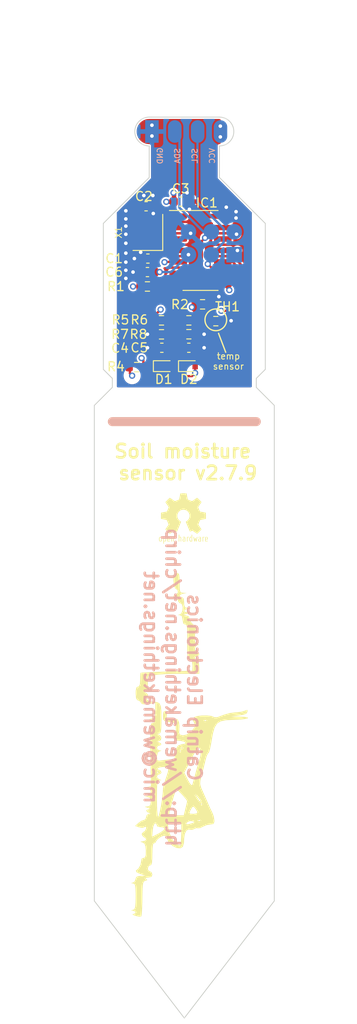
<source format=kicad_pcb>
(kicad_pcb (version 20210722) (generator pcbnew)
  (title_block (title "I2C soil moisture sensor") (date "2020-09-29") (rev "2.7.9") (company "Catnip electronics") (comment 1 "albertas@technarium.lt"))
  (layers (0 "F.Cu" signal) (1 "In1.Cu" signal) (2 "In2.Cu" signal) (31 "B.Cu" signal) (34 "B.Paste" user) (35 "F.Paste" user) (36 "B.SilkS" user "B.Silkscreen") (37 "F.SilkS" user "F.Silkscreen") (38 "B.Mask" user) (39 "F.Mask" user) (44 "Edge.Cuts" user))
  (net 0 "")
  (net 1 "Net-(C1-Pad1)")
  (net 2 "GND")
  (net 3 "Net-(C2-Pad1)")
  (net 4 "VCC")
  (net 5 "/SENSE_LOW")
  (net 6 "/SENSOR_TRACK")
  (net 7 "/THERMISTOR")
  (net 8 "/RESET")
  (net 9 "/EXCITATION")
  (net 10 "Net-(D3-Pad1)")
  (net 11 "/SCK/SCL")
  (net 12 "/MOSI/SDA")
  (net 13 "/MISO/SENSE_HIGH")
  (net 14 "Net-(IC1-Pad11)")
  (net 15 "Net-(IC1-Pad12)")
  (footprint "Crystals:Crystal_SMD_3225-4pin_3.2x2.5mm" (layer "F.Cu") (at 91.25 26 90)
    (fp_text reference "X1" (at 0 -3.25 90) (layer "F.SilkS") (effects (font (size 0.7 0.7) (thickness 0.11))))
    (fp_text value "16MHz")
    (pad "1" smd rect locked (at -1.1 0.85 90) (size 1.4 1.2) (layers "F.Cu" "F.Paste" "F.Mask") (net 1 "Net-(C1-Pad1)"))
    (pad "2" smd rect locked (at 1.1 0.85 90) (size 1.4 1.2) (layers "F.Cu" "F.Paste" "F.Mask") (net 2 "GND"))
    (pad "3" smd rect locked (at 1.1 -0.85 90) (size 1.4 1.2) (layers "F.Cu" "F.Paste" "F.Mask") (net 3 "Net-(C2-Pad1)"))
    (pad "4" smd rect locked (at -1.1 -0.85 90) (size 1.4 1.2) (layers "F.Cu" "F.Paste" "F.Mask") (net 2 "GND"))
  )
  (footprint "Diode_SMD:D_SOD-523" (layer "F.Cu") (at 95.804 40.842)
    (fp_text reference "D2" (at 0 1.458 180) (layer "F.SilkS"))
    (fp_text value "BAT54")
    (pad "1" smd rect locked (at 0.7 0 180) (size 0.6 0.7) (layers "F.Cu" "F.Paste" "F.Mask") (net 6 "/SENSOR_TRACK"))
    (pad "2" smd rect locked (at -0.7 0 180) (size 0.6 0.7) (layers "F.Cu" "F.Paste" "F.Mask") (net 13 "/MISO/SENSE_HIGH"))
  )
  (footprint "Diode_SMD:D_SOD-523" (layer "F.Cu") (at 93.01 40.842)
    (fp_text reference "D1" (at 0 1.458 180) (layer "F.SilkS"))
    (fp_text value "BAT54")
    (pad "1" smd rect locked (at 0.7 0 180) (size 0.6 0.7) (layers "F.Cu" "F.Paste" "F.Mask") (net 5 "/SENSE_LOW"))
    (pad "2" smd rect locked (at -0.7 0 180) (size 0.6 0.7) (layers "F.Cu" "F.Paste" "F.Mask") (net 6 "/SENSOR_TRACK"))
  )
  (footprint "Capacitor_SMD:C_0603_1608Metric" (layer "F.Cu") (at 91.25 28.9 180)
    (fp_text reference "C1" (at 3.75 0 180) (layer "F.SilkS"))
    (fp_text value "33p")
    (pad "1" smd roundrect locked (at -0.775 0 180) (size 0.9 0.95) (layers "F.Cu" "F.Paste" "F.Mask") (net 1 "Net-(C1-Pad1)"))
    (pad "2" smd roundrect locked (at 0.775 0 180) (size 0.9 0.95) (layers "F.Cu" "F.Paste" "F.Mask") (net 2 "GND"))
  )
  (footprint "Capacitor_SMD:C_0603_1608Metric" (layer "F.Cu") (at 91.05 23.1)
    (fp_text reference "C2" (at -0.25 -1.1) (layer "F.SilkS"))
    (fp_text value "33pp")
    (pad "1" smd roundrect locked (at -0.775 0) (size 0.9 0.95) (layers "F.Cu" "F.Paste" "F.Mask") (net 3 "Net-(C2-Pad1)"))
    (pad "2" smd roundrect locked (at 0.775 0) (size 0.9 0.95) (layers "F.Cu" "F.Paste" "F.Mask") (net 2 "GND"))
  )
  (footprint "Capacitor_SMD:C_0603_1608Metric" (layer "F.Cu") (at 94.90234 22.577514)
    (fp_text reference "C3" (at 0 -1.43) (layer "F.SilkS"))
    (fp_text value "1u")
    (pad "1" smd roundrect locked (at -0.775 0) (size 0.9 0.95) (layers "F.Cu" "F.Paste" "F.Mask") (net 4 "VCC"))
    (pad "2" smd roundrect locked (at 0.775 0) (size 0.9 0.95) (layers "F.Cu" "F.Paste" "F.Mask") (net 2 "GND"))
  )
  (footprint "Capacitor_SMD:C_0603_1608Metric" (layer "F.Cu") (at 95.8 38.8)
    (fp_text reference "C5" (at -5.5 0) (layer "F.SilkS"))
    (fp_text value "1n")
    (pad "1" smd roundrect locked (at -0.775 0) (size 0.9 0.95) (layers "F.Cu" "F.Paste" "F.Mask") (net 13 "/MISO/SENSE_HIGH"))
    (pad "2" smd roundrect locked (at 0.775 0) (size 0.9 0.95) (layers "F.Cu" "F.Paste" "F.Mask") (net 2 "GND"))
  )
  (footprint "Capacitor_SMD:C_0603_1608Metric" (layer "F.Cu") (at 91.2 30.4 180)
    (fp_text reference "C6" (at 3.7 0 180) (layer "F.SilkS"))
    (fp_text value "1u")
    (pad "1" smd roundrect locked (at -0.775 0 180) (size 0.9 0.95) (layers "F.Cu" "F.Paste" "F.Mask") (net 8 "/RESET"))
    (pad "2" smd roundrect locked (at 0.775 0 180) (size 0.9 0.95) (layers "F.Cu" "F.Paste" "F.Mask") (net 2 "GND"))
  )
  (footprint "Resistor_SMD:R_0603_1608Metric" (layer "F.Cu") (at 91.2 32 180)
    (fp_text reference "R1" (at 3.5 0 180) (layer "F.SilkS"))
    (fp_text value "10k")
    (pad "1" smd roundrect locked (at -0.825 0 180) (size 0.8 0.95) (layers "F.Cu" "F.Paste" "F.Mask") (net 8 "/RESET"))
    (pad "2" smd roundrect locked (at 0.825 0 180) (size 0.8 0.95) (layers "F.Cu" "F.Paste" "F.Mask") (net 4 "VCC"))
  )
  (footprint "Resistor_SMD:R_0603_1608Metric" (layer "F.Cu") (at 97.328 33.984)
    (fp_text reference "R2" (at -2.528 0.016) (layer "F.SilkS"))
    (fp_text value "10k 0.1%")
    (pad "1" smd roundrect locked (at -0.825 0) (size 0.8 0.95) (layers "F.Cu" "F.Paste" "F.Mask") (net 14 "Net-(IC1-Pad11)"))
    (pad "2" smd roundrect locked (at 0.825 0) (size 0.8 0.95) (layers "F.Cu" "F.Paste" "F.Mask") (net 7 "/THERMISTOR"))
  )
  (footprint "Resistor_SMD:R_0603_1608Metric" (layer "F.Cu") (at 90 40.95)
    (fp_text reference "R4" (at -2.3 -0.05) (layer "F.SilkS"))
    (fp_text value "330")
    (pad "1" smd roundrect locked (at -0.825 0) (size 0.8 0.95) (layers "F.Cu" "F.Paste" "F.Mask") (net 6 "/SENSOR_TRACK"))
    (pad "2" smd roundrect locked (at 0.825 0) (size 0.8 0.95) (layers "F.Cu" "F.Paste" "F.Mask") (net 9 "/EXCITATION"))
  )
  (footprint "Resistor_SMD:R_0603_1608Metric" (layer "F.Cu") (at 92.764533 35.762 180)
    (fp_text reference "R5" (at 4.564533 0.062 180) (layer "F.SilkS"))
    (fp_text value "1M")
    (pad "1" smd roundrect locked (at -0.825 0 180) (size 0.8 0.95) (layers "F.Cu" "F.Paste" "F.Mask") (net 5 "/SENSE_LOW"))
    (pad "2" smd roundrect locked (at 0.825 0 180) (size 0.8 0.95) (layers "F.Cu" "F.Paste" "F.Mask") (net 14 "Net-(IC1-Pad11)"))
  )
  (footprint "Resistor_SMD:R_0603_1608Metric" (layer "F.Cu") (at 92.76272 37.312)
    (fp_text reference "R7" (at -4.61 -0.012) (layer "F.SilkS"))
    (fp_text value "1M")
    (pad "1" smd roundrect locked (at -0.825 0) (size 0.8 0.95) (layers "F.Cu" "F.Paste" "F.Mask") (net 2 "GND"))
    (pad "2" smd roundrect locked (at 0.825 0) (size 0.8 0.95) (layers "F.Cu" "F.Paste" "F.Mask") (net 5 "/SENSE_LOW"))
  )
  (footprint "Resistor_SMD:R_0603_1608Metric" (layer "F.Cu") (at 95.804 37.3 180)
    (fp_text reference "R8" (at 5.604 0 180) (layer "F.SilkS"))
    (fp_text value "1M")
    (pad "1" smd roundrect locked (at -0.825 0 180) (size 0.8 0.95) (layers "F.Cu" "F.Paste" "F.Mask") (net 2 "GND"))
    (pad "2" smd roundrect locked (at 0.825 0 180) (size 0.8 0.95) (layers "F.Cu" "F.Paste" "F.Mask") (net 13 "/MISO/SENSE_HIGH"))
  )
  (footprint "w_logo:Logo_silk_OSHW_6x6mm" (layer "F.Cu") (at 95.2 57.2)
    (fp_text reference "G***" hide)
    (fp_text value "LOGO" hide)
  )
  (footprint "Package_SO:SOIC-14_3.9x8.7mm_P1.27mm" (layer "F.Cu") (at 97.1 28)
    (fp_text reference "IC1" (at 0.7 -5.28) (layer "F.SilkS"))
    (fp_text value "ATTINY441-SSU")
    (pad "1" smd roundrect locked (at -2.475 -3.81) (size 1.95 0.6) (layers "F.Cu" "F.Paste" "F.Mask") (net 4 "VCC"))
    (pad "2" smd roundrect locked (at -2.475 -2.54) (size 1.95 0.6) (layers "F.Cu" "F.Paste" "F.Mask") (net 3 "Net-(C2-Pad1)"))
    (pad "3" smd roundrect locked (at -2.475 -1.27) (size 1.95 0.6) (layers "F.Cu" "F.Paste" "F.Mask") (net 1 "Net-(C1-Pad1)"))
    (pad "4" smd roundrect locked (at -2.475 0) (size 1.95 0.6) (layers "F.Cu" "F.Paste" "F.Mask") (net 8 "/RESET"))
    (pad "5" smd roundrect locked (at -2.475 1.27) (size 1.95 0.6) (layers "F.Cu" "F.Paste" "F.Mask") (net 9 "/EXCITATION"))
    (pad "6" smd roundrect locked (at -2.475 2.54) (size 1.95 0.6) (layers "F.Cu" "F.Paste" "F.Mask") (net 5 "/SENSE_LOW"))
    (pad "7" smd roundrect locked (at -2.475 3.81) (size 1.95 0.6) (layers "F.Cu" "F.Paste" "F.Mask") (net 12 "/MOSI/SDA"))
    (pad "8" smd roundrect locked (at 2.475 3.81) (size 1.95 0.6) (layers "F.Cu" "F.Paste" "F.Mask") (net 13 "/MISO/SENSE_HIGH"))
    (pad "9" smd roundrect locked (at 2.475 2.54) (size 1.95 0.6) (layers "F.Cu" "F.Paste" "F.Mask") (net 11 "/SCK/SCL"))
    (pad "10" smd roundrect locked (at 2.475 1.27) (size 1.95 0.6) (layers "F.Cu" "F.Paste" "F.Mask") (net 7 "/THERMISTOR"))
    (pad "11" smd roundrect locked (at 2.475 0) (size 1.95 0.6) (layers "F.Cu" "F.Paste" "F.Mask") (net 14 "Net-(IC1-Pad11)"))
    (pad "12" smd roundrect locked (at 2.475 -1.27) (size 1.95 0.6) (layers "F.Cu" "F.Paste" "F.Mask") (net 15 "Net-(IC1-Pad12)"))
    (pad "13" smd roundrect locked (at 2.475 -2.54) (size 1.95 0.6) (layers "F.Cu" "F.Paste" "F.Mask") (net 10 "Net-(D3-Pad1)"))
    (pad "14" smd roundrect locked (at 2.475 -3.81) (size 1.95 0.6) (layers "F.Cu" "F.Paste" "F.Mask") (net 2 "GND"))
  )
  (footprint "Capacitor_SMD:C_0603_1608Metric" (layer "F.Cu") (at 92.8 38.8 180)
    (fp_text reference "C4" (at 4.65 -0.05 180) (layer "F.SilkS"))
    (fp_text value "1n")
    (pad "1" smd roundrect locked (at -0.775 0 180) (size 0.9 0.95) (layers "F.Cu" "F.Paste" "F.Mask") (net 5 "/SENSE_LOW"))
    (pad "2" smd roundrect locked (at 0.775 0 180) (size 0.9 0.95) (layers "F.Cu" "F.Paste" "F.Mask") (net 2 "GND"))
  )
  (footprint "Resistor_SMD:R_0603_1608Metric" (layer "F.Cu") (at 95.804 35.762)
    (fp_text reference "R6" (at -5.504 -0.062) (layer "F.SilkS"))
    (fp_text value "1M")
    (pad "1" smd roundrect locked (at -0.825 0) (size 0.8 0.95) (layers "F.Cu" "F.Paste" "F.Mask") (net 13 "/MISO/SENSE_HIGH"))
    (pad "2" smd roundrect locked (at 0.825 0) (size 0.8 0.95) (layers "F.Cu" "F.Paste" "F.Mask") (net 14 "Net-(IC1-Pad11)"))
  )
  (footprint "Resistor_SMD:R_0603_1608Metric" (layer "F.Cu") (at 98.8 35.844001)
    (fp_text reference "TH1" (at 1.3 -1.6) (layer "F.SilkS"))
    (fp_text value "NCP18XH103F03RB")
    (pad "1" smd roundrect locked (at -0.825 0) (size 0.8 0.95) (layers "F.Cu" "F.Paste" "F.Mask") (net 7 "/THERMISTOR"))
    (pad "2" smd roundrect locked (at 0.825 0) (size 0.8 0.95) (layers "F.Cu" "F.Paste" "F.Mask") (net 2 "GND"))
  )
  (footprint "chirp_logo:ziogas" (layer "B.Cu") (at 95.95 82.8 -90)
    (fp_text reference "G***" hide)
    (fp_text value "LOGO" hide)
  )
  (footprint "Pin_Headers:Pin_Header_Straight_1x04_Pitch2.54mm" (layer "B.Cu") (at 91.7 14.799451 -90)
    (fp_text reference "P2" hide)
    (fp_text value "CONN_01X04")
    (pad "1" smd rect locked (at 0 0 270) (size 2.5 1.5) (layers "B.Cu" "B.Paste" "B.Mask") (net 2 "GND"))
    (pad "2" smd oval locked (at 0 -2.54 270) (size 2.5 1.5) (layers "B.Cu" "B.Paste" "B.Mask") (net 12 "/MOSI/SDA"))
    (pad "3" smd oval locked (at 0 -5.08 270) (size 2.5 1.5) (layers "B.Cu" "B.Paste" "B.Mask") (net 11 "/SCK/SCL"))
    (pad "4" smd oval locked (at 0 -7.62 270) (size 2.5 1.5) (layers "B.Cu" "B.Paste" "B.Mask") (net 4 "VCC"))
  )
  (footprint "programming_header:Pin_Header_Straight_2x03" (layer "B.Cu") (at 98.3 27.2 180)
    (fp_text reference "P1" hide)
    (fp_text value "CONN_02X03" hide)
    (pad "1" smd rect locked (at -2.54 -1.27 180) (size 1.7272 1.7272) (layers "B.Cu" "B.Paste" "B.Mask") (net 13 "/MISO/SENSE_HIGH"))
    (pad "2" smd circle locked (at -2.54 1.27 180) (size 1.7272 1.7272) (layers "B.Cu" "B.Paste" "B.Mask") (net 4 "VCC"))
    (pad "3" smd circle locked (at 0 -1.27 180) (size 1.7272 1.7272) (layers "B.Cu" "B.Paste" "B.Mask") (net 11 "/SCK/SCL"))
    (pad "4" smd circle locked (at 0 1.27 180) (size 1.7272 1.7272) (layers "B.Cu" "B.Paste" "B.Mask") (net 12 "/MOSI/SDA"))
    (pad "5" smd circle locked (at 2.54 -1.27 180) (size 1.7272 1.7272) (layers "B.Cu" "B.Paste" "B.Mask") (net 8 "/RESET"))
    (pad "6" smd circle locked (at 2.54 1.27 180) (size 1.7272 1.7272) (layers "B.Cu" "B.Paste" "B.Mask") (net 2 "GND"))
  )
  (gr_line (start 87.3 47) (end 103.3 47) (layer "B.SilkS") (width 1))
  (gr_circle (center 98.8 35.7) (end 100 35.6) (layer "F.SilkS") (width 0.15) (fill none))
  (gr_line (start 87.3 47) (end 103.3 47) (layer "F.SilkS") (width 1))
  (gr_line (start 99.1 37.2) (end 99.9 39.3) (layer "F.SilkS") (width 0.15))
  (gr_line (start 99.2 19.9) (end 104.3 25) (layer "Edge.Cuts") (width 0.1))
  (gr_line (start 104.3 40.2) (end 104.3 25) (layer "Edge.Cuts") (width 0.1))
  (gr_line (start 87.3 42.2) (end 86.3 41.2) (layer "Edge.Cuts") (width 0.1))
  (gr_line (start 85.3 45.2) (end 85.3 100.2) (angle 90) (layer "Edge.Cuts") (width 0.1))
  (gr_line (start 103.3 43.2) (end 105.3 45.2) (layer "Edge.Cuts") (width 0.1))
  (gr_line (start 99.2 16.4) (end 99.2 19.9) (layer "Edge.Cuts") (width 0.1))
  (gr_line (start 99.2 13.2) (end 91.4 13.2) (layer "Edge.Cuts") (width 0.1))
  (gr_line (start 91.4 16.4) (end 91.4 19.9) (layer "Edge.Cuts") (width 0.1))
  (gr_line (start 104.3 40.2) (end 104.3 41.2) (layer "Edge.Cuts") (width 0.1))
  (gr_line (start 104.3 41.2) (end 103.3 42.2) (layer "Edge.Cuts") (width 0.1))
  (gr_line (start 91.4 19.9) (end 86.3 25) (layer "Edge.Cuts") (width 0.1))
  (gr_line (start 95.3 113.2) (end 85.3 100.2) (angle 90) (layer "Edge.Cuts") (width 0.1))
  (gr_line (start 95.3 113.2) (end 105.3 100.2) (angle 90) (layer "Edge.Cuts") (width 0.1))
  (gr_line (start 87.3 42.2) (end 87.3 43.2) (layer "Edge.Cuts") (width 0.1))
  (gr_line (start 103.3 42.2) (end 103.3 43.2) (layer "Edge.Cuts") (width 0.1))
  (gr_arc (start 91.4 14.8) (end 91.4 13.2) (angle -180) (layer "Edge.Cuts") (width 0.1))
  (gr_line (start 105.3 100.2) (end 105.3 45.2) (angle 90) (layer "Edge.Cuts") (width 0.1))
  (gr_line (start 85.3 45.2) (end 87.3 43.2) (layer "Edge.Cuts") (width 0.1))
  (gr_line (start 86.3 41.2) (end 86.3 40.2) (layer "Edge.Cuts") (width 0.1))
  (gr_arc (start 99.2 14.8) (end 99.2 16.4) (angle -180) (layer "Edge.Cuts") (width 0.1))
  (gr_line (start 86.3 40.2) (end 86.3 25) (layer "Edge.Cuts") (width 0.1))
  (gr_text "Catnip Electronics\nhttp://wemakethings.net/chirp\nmic@wemakethings.net" (at 94 76.5 270) (layer "B.SilkS") (effects (font (size 1.5 1.5) (thickness 0.3)) (justify mirror)))
  (gr_text "GND\n\nSDA\n\nSCL\n\nVCC" (at 95.5 17.5 90) (layer "B.SilkS") (effects (font (size 0.6 0.6) (thickness 0.11)) (justify mirror)))
  (gr_text "temp\nsensor" (at 100.2 40.3) (layer "F.SilkS") (effects (font (size 0.7 0.7) (thickness 0.11))))
  (gr_text "Soil moisture \nsensor v2.7.9" (at 95.7 51.5) (layer "F.SilkS") (effects (font (size 1.5 1.5) (thickness 0.3))))
  (segment (start 92.47 26.73) (end 92.1 27.1) (width 0.254) (layer "F.Cu") (net 1))
  (segment (start 92 28.9) (end 92 27.2) (width 0.508) (layer "F.Cu") (net 1))
  (segment (start 94.4 26.73) (end 92.47 26.73) (width 0.254) (layer "F.Cu") (net 1))
  (segment (start 92 27.2) (end 92.1 27.1) (width 0.508) (layer "F.Cu") (net 1))
  (segment (start 99.8 24.19) (end 100.83519 24.19) (width 0.508) (layer "F.Cu") (net 2))
  (segment (start 90.4 27.1) (end 90.4 27.85) (width 0.254) (layer "F.Cu") (net 2))
  (segment (start 91.8 23.85) (end 91.85 23.9) (width 0.254) (layer "F.Cu") (net 2))
  (segment (start 96.6 37.586) (end 96.554 37.54) (width 0.508) (layer "F.Cu") (net 2))
  (segment (start 90.5 28.25) (end 90.45 28.2) (width 0.508) (layer "F.Cu") (net 2))
  (segment (start 99.55 35.7) (end 100.1 35.7) (width 0.254) (layer "F.Cu") (net 2))
  (segment (start 95.65234 21.65234) (end 95.6 21.6) (width 0.508) (layer "F.Cu") (net 2))
  (segment (start 90.4 28.9) (end 89.75 28.9) (width 0.508) (layer "F.Cu") (net 2))
  (segment (start 95.65234 22.577514) (end 95.65234 21.65234) (width 0.508) (layer "F.Cu") (net 2))
  (segment (start 92.1 24.9) (end 92.1 24.15) (width 0.254) (layer "F.Cu") (net 2))
  (segment (start 99.8 24.19) (end 100.56 24.19) (width 0.508) (layer "F.Cu") (net 2))
  (segment (start 95.65234 22.577514) (end 95.65234 23.226298) (width 0.508) (layer "F.Cu") (net 2))
  (segment (start 90.4 27.85) (end 90.45 27.9) (width 0.254) (layer "F.Cu") (net 2))
  (segment (start 90.5 28.9) (end 90.5 28.25) (width 0.508) (layer "F.Cu") (net 2))
  (segment (start 91.8 23.1) (end 91.8 23.85) (width 0.254) (layer "F.Cu") (net 2))
  (segment (start 100.56 24.19) (end 101.05 23.7) (width 0.508) (layer "F.Cu") (net 2))
  (segment (start 95.65234 23.226298) (end 95.863021 23.436979) (width 0.508) (layer "F.Cu") (net 2))
  (segment (start 100.83519 24.19) (end 101.04519 24.4) (width 0.508) (layer "F.Cu") (net 2))
  (segment (start 99.8 24.19) (end 99.8 23.950006) (width 0.508) (layer "F.Cu") (net 2))
  (segment (start 92.1 24.15) (end 91.85 23.9) (width 0.254) (layer "F.Cu") (net 2))
  (via (at 88.8 23.6) (size 0.7) (drill 0.4) (layers "F.Cu" "B.Cu") (net 2))
  (via (at 89.6 30.4) (size 0.7) (drill 0.4) (layers "F.Cu" "B.Cu") (net 2))
  (via (at 90.45 28.2) (size 0.7) (drill 0.4) (layers "F.Cu" "B.Cu") (net 2))
  (via (at 97.5 37.3) (size 0.7) (drill 0.4) (layers "F.Cu" "B.Cu") (net 2))
  (via (at 101.05 23.7) (size 0.7) (drill 0.4) (layers "F.Cu" "B.Cu") (net 2))
  (via (at 91.7 14.1) (size 0.7) (drill 0.4) (layers "F.Cu" "B.Cu") (net 2))
  (via (at 88.8 30.2) (size 0.7) (drill 0.4) (layers "F.Cu" "B.Cu") (net 2))
  (via (at 96 26.1) (size 0.7) (drill 0.4) (layers "F.Cu" "B.Cu") (net 2))
  (via (at 95.6 21.6) (size 0.7) (drill 0.4) (layers "F.Cu" "B.Cu") (net 2))
  (via (at 90.8 21.9) (size 0.7) (drill 0.4) (layers "F.Cu" "B.Cu") (net 2))
  (via (at 101.04519 24.4) (size 0.7) (drill 0.4) (layers "F.Cu" "B.Cu") (net 2))
  (via (at 97.5 38.8) (size 0.7) (drill 0.4) (layers "F.Cu" "B.Cu") (net 2))
  (via (at 99.96281 23.2) (size 0.7) (drill 0.4) (layers "F.Cu" "B.Cu") (net 2))
  (via (at 88.8 27.2) (size 0.7) (drill 0.4) (layers "F.Cu" "B.Cu") (net 2))
  (via (at 89.75 28.9) (size 0.7) (drill 0.4) (layers "F.Cu" "B.Cu") (net 2))
  (via (at 91.85 23.9) (size 0.7) (drill 0.4) (layers "F.Cu" "B.Cu") (net 2))
  (via (at 91.7 15.3) (size 0.7) (drill 0.4) (layers "F.Cu" "B.Cu") (net 2))
  (via (at 88.8 28.3) (size 0.7) (drill 0.4) (layers "F.Cu" "B.Cu") (net 2))
  (via (at 95.863021 23.436979) (size 0.7) (drill 0.4) (layers "F.Cu" "B.Cu") (net 2))
  (via (at 88.8 25.3) (size 0.7) (drill 0.4) (layers "F.Cu" "B.Cu") (net 2))
  (via (at 91.2 38.8) (size 0.7) (drill 0.4) (layers "F.Cu" "B.Cu") (net 2))
  (via (at 91.8 21.9) (size 0.7) (drill 0.4) (layers "F.Cu" "B.Cu") (net 2))
  (via (at 99.136204 33.126252) (size 0.7) (drill 0.4) (layers "F.Cu" "B.Cu") (net 2))
  (via (at 100.5 35.8) (size 0.7) (drill 0.4) (layers "F.Cu" "B.Cu") (net 2))
  (via (at 88.8 24.5) (size 0.7) (drill 0.4) (layers "F.Cu" "B.Cu") (net 2))
  (via (at 88.8 31.1) (size 0.7) (drill 0.4) (layers "F.Cu" "B.Cu") (net 2))
  (via (at 88.8 26.2) (size 0.7) (drill 0.4) (layers "F.Cu" "B.Cu") (net 2))
  (via (at 91.2 37.3) (size 0.7) (drill 0.4) (layers "F.Cu" "B.Cu") (net 2))
  (via (at 88.8 29.3) (size 0.7) (drill 0.4) (layers "F.Cu" "B.Cu") (net 2))
  (segment (start 91.304801 25.904801) (end 90.4 25) (width 0.254) (layer "F.Cu") (net 3))
  (segment (start 90.25 23.15) (end 90.25 24.75) (width 0.508) (layer "F.Cu") (net 3))
  (segment (start 90.4 25) (end 90.4 24.9) (width 0.254) (layer "F.Cu") (net 3))
  (segment (start 91.304801 25.904801) (end 92.951199 25.904801) (width 0.254) (layer "F.Cu") (net 3))
  (segment (start 90.3 24.8) (end 90.4 24.9) (width 0.254) (layer "F.Cu") (net 3))
  (segment (start 92.951199 25.904801) (end 93.396 25.46) (width 0.254) (layer "F.Cu") (net 3))
  (segment (start 93.396 25.46) (end 94.4 25.46) (width 0.254) (layer "F.Cu") (net 3))
  (segment (start 90.25 24.75) (end 90.4 24.9) (width 0.508) (layer "F.Cu") (net 3))
  (segment (start 94.129854 22.6) (end 93.3 22.6) (width 0.5) (layer "F.Cu") (net 4))
  (segment (start 94.127514 22.577514) (end 94.15234 22.577514) (width 0.5) (layer "F.Cu") (net 4))
  (segment (start 94.1 22.55) (end 94.127514 22.577514) (width 0.5) (layer "F.Cu") (net 4))
  (segment (start 90.45 32) (end 89.6 32) (width 0.254) (layer "F.Cu") (net 4))
  (segment (start 94.15234 22.577514) (end 94.15234 21.65234) (width 0.5) (layer "F.Cu") (net 4))
  (segment (start 94.4 24.19) (end 94.15234 23.94234) (width 0.5) (layer "F.Cu") (net 4))
  (segment (start 94.15234 22.577514) (end 94.129854 22.6) (width 0.5) (layer "F.Cu") (net 4))
  (segment (start 94.15234 23.94234) (end 94.15234 22.577514) (width 0.5) (layer "F.Cu") (net 4))
  (segment (start 94.15234 21.65234) (end 94.1 21.6) (width 0.5) (layer "F.Cu") (net 4))
  (via (at 99.3 14.2) (size 0.7) (drill 0.4) (layers "F.Cu" "B.Cu") (net 4))
  (via (at 94.1 21.6) (size 0.7) (drill 0.4) (layers "F.Cu" "B.Cu") (net 4))
  (via (at 89.6 32) (size 0.7) (drill 0.4) (layers "F.Cu" "B.Cu") (net 4))
  (via (at 99.3 15.4) (size 0.7) (drill 0.4) (layers "F.Cu" "B.Cu") (net 4))
  (via (at 101.1 26.2) (size 0.7) (drill 0.4) (layers "F.Cu" "B.Cu") (net 4))
  (via (at 93.3 22.6) (size 0.7) (drill 0.4) (layers "F.Cu" "B.Cu") (net 4))
  (segment (start 93.575 40.707) (end 93.71 40.842) (width 0.254) (layer "F.Cu") (net 5))
  (segment (start 93.76 34.018894) (end 93.245199 33.504093) (width 0.254) (layer "F.Cu") (net 5))
  (segment (start 93.245199 33.504093) (end 93.245199 31.244801) (width 0.254) (layer "F.Cu") (net 5))
  (segment (start 93.76 35.762) (end 93.76 34.018894) (width 0.254) (layer "F.Cu") (net 5))
  (segment (start 93.95 30.54) (end 94.4 30.54) (width 0.254) (layer "F.Cu") (net 5))
  (segment (start 93.58772 38.78728) (end 93.575 38.8) (width 0.254) (layer "F.Cu") (net 5))
  (segment (start 93.575 38.8) (end 93.575 40.707) (width 0.254) (layer "F.Cu") (net 5))
  (segment (start 93.58772 37.312) (end 93.58772 38.78728) (width 0.254) (layer "F.Cu") (net 5))
  (segment (start 93.589533 35.762) (end 93.589533 37.310187) (width 0.254) (layer "F.Cu") (net 5))
  (segment (start 93.245199 31.244801) (end 93.95 30.54) (width 0.254) (layer "F.Cu") (net 5))
  (segment (start 93.589533 37.310187) (end 93.58772 37.312) (width 0.254) (layer "F.Cu") (net 5))
  (segment (start 96.504 41.446) (end 96.504 41.223) (width 0.254) (layer "F.Cu") (net 6))
  (segment (start 92.31 41.446) (end 92.813999 41.949999) (width 0.254) (layer "F.Cu") (net 6))
  (segment (start 96.504 41.223) (end 96.504 41.596) (width 0.254) (layer "F.Cu") (net 6))
  (segment (start 96.504 41.596) (end 96.5 41.6) (width 0.254) (layer "F.Cu") (net 6))
  (segment (start 92.31 40.842) (end 92.31 41.446) (width 0.254) (layer "F.Cu") (net 6))
  (segment (start 89.25 40.95) (end 89.25 41.650004) (width 0.254) (layer "F.Cu") (net 6))
  (segment (start 96.504 40.842) (end 96.504 41.596) (width 0.254) (layer "F.Cu") (net 6))
  (segment (start 96.150001 41.949999) (end 96.5 41.6) (width 0.254) (layer "F.Cu") (net 6))
  (segment (start 89.25 41.650004) (end 89.5 41.900004) (width 0.254) (layer "F.Cu") (net 6))
  (segment (start 92.813999 41.949999) (end 96.150001 41.949999) (width 0.254) (layer "F.Cu") (net 6))
  (via (at 89.5 41.900004) (size 0.7) (drill 0.4) (layers "F.Cu" "B.Cu") (net 6))
  (via (at 96.5 41.6) (size 0.7) (drill 0.4) (layers "F.Cu" "B.Cu") (net 6))
  (segment (start 100.295778 33.984) (end 101.386612 32.893166) (width 0.254) (layer "F.Cu") (net 7))
  (segment (start 98.078 35.672) (end 98.05 35.7) (width 0.508) (layer "F.Cu") (net 7))
  (segment (start 101.386612 29.986612) (end 100.67 29.27) (width 0.254) (layer "F.Cu") (net 7))
  (segment (start 98.078 33.984) (end 100.295778 33.984) (width 0.254) (layer "F.Cu") (net 7))
  (segment (start 98.078 33.984) (end 98.078 35.672) (width 0.508) (layer "F.Cu") (net 7))
  (segment (start 100.67 29.27) (end 99.8 29.27) (width 0.254) (layer "F.Cu") (net 7))
  (segment (start 101.386612 32.893166) (end 101.386612 29.986612) (width 0.254) (layer "F.Cu") (net 7))
  (segment (start 95.1 28) (end 95.1 28) (width 0.254) (layer "F.Cu") (net 8))
  (segment (start 91.95 31.003288) (end 92.561118 30.39217) (width 0.254) (layer "F.Cu") (net 8))
  (segment (start 94.4 28) (end 95.1 28) (width 0.254) (layer "F.Cu") (net 8))
  (segment (start 95.29 28) (end 95.76 28.47) (width 0.254) (layer "F.Cu") (net 8))
  (segment (start 91.95 32) (end 91.95 31.003288) (width 0.254) (layer "F.Cu") (net 8))
  (segment (start 94.4 28) (end 95.29 28) (width 0.254) (layer "F.Cu") (net 8))
  (via (at 95.76 28.47) (size 0.7) (drill 0.4) (layers "F.Cu" "B.Cu") (net 8))
  (via (at 92.561118 30.39217) (size 0.7) (drill 0.4) (layers "F.Cu" "B.Cu") (net 8))
  (segment (start 95.76 28.47) (end 93.83783 30.39217) (width 0.254) (layer "B.Cu") (net 8))
  (segment (start 93.83783 30.39217) (end 92.561118 30.39217) (width 0.254) (layer "B.Cu") (net 8))
  (segment (start 94.4 29.27) (end 93.95 29.27) (width 0.254) (layer "F.Cu") (net 9))
  (segment (start 90.75 40.149996) (end 90.55 39.949996) (width 0.254) (layer "F.Cu") (net 9))
  (segment (start 94.4 29.27) (end 93.13 29.27) (width 0.254) (layer "F.Cu") (net 9))
  (segment (start 93.13 29.27) (end 93.1 29.3) (width 0.254) (layer "F.Cu") (net 9))
  (segment (start 90.75 40.95) (end 90.75 40.149996) (width 0.254) (layer "F.Cu") (net 9))
  (via (at 93.1 29.3) (size 0.7) (drill 0.4) (layers "F.Cu" "B.Cu") (net 9))
  (via (at 90.55 39.949996) (size 0.7) (drill 0.4) (layers "F.Cu" "B.Cu") (net 9))
  (segment (start 99.35 30.54) (end 98.94459 30.54) (width 0.254) (layer "F.Cu") (net 11))
  (segment (start 98.94459 30.54) (end 97.904811 29.500221) (width 0.254) (layer "F.Cu") (net 11))
  (via (at 97.904811 29.500221) (size 0.7) (drill 0.4) (layers "F.Cu" "B.Cu") (net 11))
  (segment (start 99.671599 25.571599) (end 99.671599 27.098401) (width 0.254) (layer "B.Cu") (net 11))
  (segment (start 98.3 29.105032) (end 97.904811 29.500221) (width 0.254) (layer "B.Cu") (net 11))
  (segment (start 98.3 28.47) (end 98.3 29.105032) (width 0.254) (layer "B.Cu") (net 11))
  (segment (start 99.671599 27.098401) (end 98.3 28.47) (width 0.254) (layer "B.Cu") (net 11))
  (segment (start 96.762697 14.799451) (end 96.762697 22.662697) (width 0.254) (layer "B.Cu") (net 11))
  (segment (start 96.762697 22.662697) (end 99.671599 25.571599) (width 0.254) (layer "B.Cu") (net 11))
  (segment (start 97.6 26.6) (end 97.250001 26.949999) (width 0.254) (layer "F.Cu") (net 12))
  (segment (start 97.250001 30.149999) (end 95.59 31.81) (width 0.254) (layer "F.Cu") (net 12))
  (segment (start 97.250001 26.949999) (end 97.250001 30.149999) (width 0.254) (layer "F.Cu") (net 12))
  (segment (start 95.59 31.81) (end 94.4 31.81) (width 0.254) (layer "F.Cu") (net 12))
  (via (at 97.6 26.6) (size 0.7) (drill 0.4) (layers "F.Cu" "B.Cu") (net 12))
  (segment (start 98.3 25.93) (end 98.27 25.93) (width 0.254) (layer "B.Cu") (net 12))
  (segment (start 94.222697 14.799451) (end 94.754801 15.331555) (width 0.254) (layer "B.Cu") (net 12))
  (segment (start 94.754801 15.331555) (end 94.754801 23.254801) (width 0.254) (layer "B.Cu") (net 12))
  (segment (start 94.754801 23.254801) (end 97.43 25.93) (width 0.254) (layer "B.Cu") (net 12))
  (segment (start 98.27 25.93) (end 97.6 26.6) (width 0.254) (layer "B.Cu") (net 12))
  (segment (start 97.43 25.93) (end 98.3 25.93) (width 0.254) (layer "B.Cu") (net 12))
  (segment (start 94.979 37.3) (end 94.979 38.754) (width 0.254) (layer "F.Cu") (net 13))
  (segment (start 94.979 35.762) (end 94.979 37.3) (width 0.254) (layer "F.Cu") (net 13))
  (segment (start 99.41 31.81) (end 99.8 31.81) (width 0.254) (layer "F.Cu") (net 13))
  (segment (start 99.8 31.9) (end 100.3 32.4) (width 0.254) (layer "F.Cu") (net 13))
  (segment (start 95.025 40.763) (end 95.104 40.842) (width 0.254) (layer "F.Cu") (net 13))
  (segment (start 95.025 38.8) (end 95.025 40.763) (width 0.254) (layer "F.Cu") (net 13))
  (segment (start 98.796 31.81) (end 99.8 31.81) (width 0.254) (layer "F.Cu") (net 13))
  (segment (start 95.054 33.246) (end 96.49 31.81) (width 0.254) (layer "F.Cu") (net 13))
  (segment (start 94.979 38.754) (end 95.025 38.8) (width 0.254) (layer "F.Cu") (net 13))
  (segment (start 96.49 31.81) (end 98.796 31.81) (width 0.254) (layer "F.Cu") (net 13))
  (segment (start 99.8 31.81) (end 99.8 31.9) (width 0.254) (layer "F.Cu") (net 13))
  (segment (start 95.054 35.762) (end 95.054 33.246) (width 0.254) (layer "F.Cu") (net 13))
  (via (at 101.2 28) (size 0.7) (drill 0.4) (layers "F.Cu" "B.Cu") (net 13))
  (via (at 100.3 32.4) (size 0.7) (drill 0.4) (layers "F.Cu" "B.Cu") (net 13))
  (segment (start 100.84 28.36) (end 100.850001 28.349999) (width 0.254) (layer "B.Cu") (net 13))
  (segment (start 100.84 28.47) (end 100.84 28.36) (width 0.254) (layer "B.Cu") (net 13))
  (segment (start 100.850001 28.349999) (end 101.2 28) (width 0.254) (layer "B.Cu") (net 13))
  (segment (start 96.566 35.762) (end 96.566 34.72538) (width 0.508) (layer "F.Cu") (net 14))
  (segment (start 91.939533 35.762) (end 91.939533 35.282906) (width 0.254) (layer "F.Cu") (net 14))
  (segment (start 91.939533 35.282906) (end 92.665449 34.55699) (width 0.254) (layer "F.Cu") (net 14))
  (segment (start 101.818423 33.072027) (end 100.19045 34.7) (width 0.254) (layer "F.Cu") (net 14))
  (segment (start 100.19045 34.7) (end 99.4 34.7) (width 0.254) (layer "F.Cu") (net 14))
  (segment (start 101.818423 29.787529) (end 101.818423 33.072027) (width 0.254) (layer "F.Cu") (net 14))
  (segment (start 96.566 34.72538) (end 96.14062 34.3) (width 0.508) (layer "F.Cu") (net 14))
  (segment (start 96.578 33.984) (end 96.262 34.3) (width 0.254) (layer "F.Cu") (net 14))
  (segment (start 99.8 28) (end 100.030894 28) (width 0.254) (layer "F.Cu") (net 14))
  (segment (start 96.262 34.3) (end 96.14062 34.3) (width 0.254) (layer "F.Cu") (net 14))
  (segment (start 100.030894 28) (end 101.818423 29.787529) (width 0.254) (layer "F.Cu") (net 14))
  (via (at 99.4 34.7) (size 0.7) (drill 0.4) (layers "F.Cu" "B.Cu") (net 14))
  (via (at 96.14062 34.3) (size 0.7) (drill 0.4) (layers "F.Cu" "B.Cu") (net 14))
  (via (at 92.665449 34.55699) (size 0.7) (drill 0.4) (layers "F.Cu" "B.Cu") (net 14))
  (zone (net 2) (net_name "GND") (layer "F.Cu") (connect_pads (clearance 0.2)) (min_thickness 0.254) (fill yes (thermal_gap 0.508) (thermal_bridge_width 0.508))
    (polygon (pts (xy 87.8 13.2) (xy 102.8 13.2) (xy 102.8 43.2) (xy 87.8 43.2)))
  )
  (zone (net 2) (net_name "GND") (layer "B.Cu") (connect_pads (clearance 0.2)) (min_thickness 0.254) (fill yes (thermal_gap 0.508) (thermal_bridge_width 0.508))
    (polygon (pts (xy 87.8 13.2) (xy 102.8 13.2) (xy 102.8 43.2) (xy 87.8 43.2)))
  )
)
</source>
